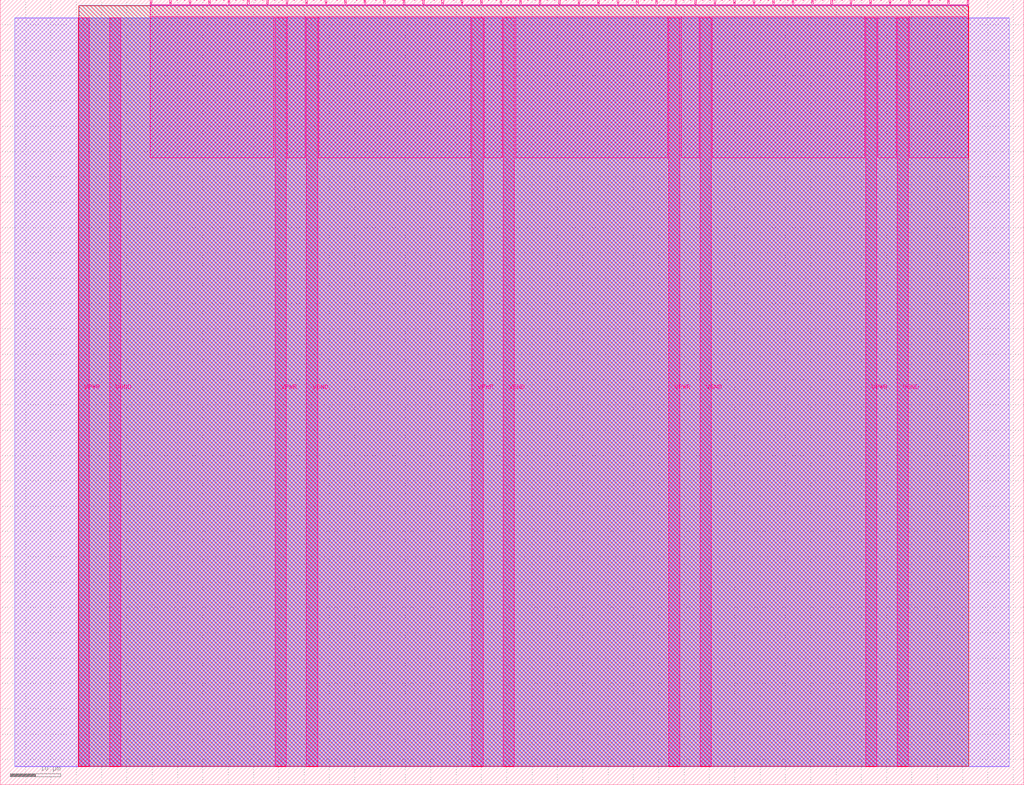
<source format=lef>
VERSION 5.7 ;
  NOWIREEXTENSIONATPIN ON ;
  DIVIDERCHAR "/" ;
  BUSBITCHARS "[]" ;
MACRO tt_um_wrapper
  CLASS BLOCK ;
  FOREIGN tt_um_wrapper ;
  ORIGIN 0.000 0.000 ;
  SIZE 202.080 BY 154.980 ;
  PIN VGND
    DIRECTION INOUT ;
    USE GROUND ;
    PORT
      LAYER Metal5 ;
        RECT 21.580 3.560 23.780 151.420 ;
    END
    PORT
      LAYER Metal5 ;
        RECT 60.450 3.560 62.650 151.420 ;
    END
    PORT
      LAYER Metal5 ;
        RECT 99.320 3.560 101.520 151.420 ;
    END
    PORT
      LAYER Metal5 ;
        RECT 138.190 3.560 140.390 151.420 ;
    END
    PORT
      LAYER Metal5 ;
        RECT 177.060 3.560 179.260 151.420 ;
    END
  END VGND
  PIN VPWR
    DIRECTION INOUT ;
    USE POWER ;
    PORT
      LAYER Metal5 ;
        RECT 15.380 3.560 17.580 151.420 ;
    END
    PORT
      LAYER Metal5 ;
        RECT 54.250 3.560 56.450 151.420 ;
    END
    PORT
      LAYER Metal5 ;
        RECT 93.120 3.560 95.320 151.420 ;
    END
    PORT
      LAYER Metal5 ;
        RECT 131.990 3.560 134.190 151.420 ;
    END
    PORT
      LAYER Metal5 ;
        RECT 170.860 3.560 173.060 151.420 ;
    END
  END VPWR
  PIN clk
    DIRECTION INPUT ;
    USE SIGNAL ;
    ANTENNAGATEAREA 0.213200 ;
    PORT
      LAYER Metal5 ;
        RECT 187.050 153.980 187.350 154.980 ;
    END
  END clk
  PIN ena
    DIRECTION INPUT ;
    USE SIGNAL ;
    ANTENNAGATEAREA 1.445600 ;
    PORT
      LAYER Metal5 ;
        RECT 190.890 153.980 191.190 154.980 ;
    END
  END ena
  PIN rst_n
    DIRECTION INPUT ;
    USE SIGNAL ;
    ANTENNAGATEAREA 0.527800 ;
    PORT
      LAYER Metal5 ;
        RECT 183.210 153.980 183.510 154.980 ;
    END
  END rst_n
  PIN ui_in[0]
    DIRECTION INPUT ;
    USE SIGNAL ;
    ANTENNAGATEAREA 0.180700 ;
    PORT
      LAYER Metal5 ;
        RECT 179.370 153.980 179.670 154.980 ;
    END
  END ui_in[0]
  PIN ui_in[1]
    DIRECTION INPUT ;
    USE SIGNAL ;
    ANTENNAGATEAREA 0.180700 ;
    PORT
      LAYER Metal5 ;
        RECT 175.530 153.980 175.830 154.980 ;
    END
  END ui_in[1]
  PIN ui_in[2]
    DIRECTION INPUT ;
    USE SIGNAL ;
    PORT
      LAYER Metal5 ;
        RECT 171.690 153.980 171.990 154.980 ;
    END
  END ui_in[2]
  PIN ui_in[3]
    DIRECTION INPUT ;
    USE SIGNAL ;
    PORT
      LAYER Metal5 ;
        RECT 167.850 153.980 168.150 154.980 ;
    END
  END ui_in[3]
  PIN ui_in[4]
    DIRECTION INPUT ;
    USE SIGNAL ;
    PORT
      LAYER Metal5 ;
        RECT 164.010 153.980 164.310 154.980 ;
    END
  END ui_in[4]
  PIN ui_in[5]
    DIRECTION INPUT ;
    USE SIGNAL ;
    PORT
      LAYER Metal5 ;
        RECT 160.170 153.980 160.470 154.980 ;
    END
  END ui_in[5]
  PIN ui_in[6]
    DIRECTION INPUT ;
    USE SIGNAL ;
    PORT
      LAYER Metal5 ;
        RECT 156.330 153.980 156.630 154.980 ;
    END
  END ui_in[6]
  PIN ui_in[7]
    DIRECTION INPUT ;
    USE SIGNAL ;
    PORT
      LAYER Metal5 ;
        RECT 152.490 153.980 152.790 154.980 ;
    END
  END ui_in[7]
  PIN uio_in[0]
    DIRECTION INPUT ;
    USE SIGNAL ;
    PORT
      LAYER Metal5 ;
        RECT 148.650 153.980 148.950 154.980 ;
    END
  END uio_in[0]
  PIN uio_in[1]
    DIRECTION INPUT ;
    USE SIGNAL ;
    PORT
      LAYER Metal5 ;
        RECT 144.810 153.980 145.110 154.980 ;
    END
  END uio_in[1]
  PIN uio_in[2]
    DIRECTION INPUT ;
    USE SIGNAL ;
    PORT
      LAYER Metal5 ;
        RECT 140.970 153.980 141.270 154.980 ;
    END
  END uio_in[2]
  PIN uio_in[3]
    DIRECTION INPUT ;
    USE SIGNAL ;
    PORT
      LAYER Metal5 ;
        RECT 137.130 153.980 137.430 154.980 ;
    END
  END uio_in[3]
  PIN uio_in[4]
    DIRECTION INPUT ;
    USE SIGNAL ;
    PORT
      LAYER Metal5 ;
        RECT 133.290 153.980 133.590 154.980 ;
    END
  END uio_in[4]
  PIN uio_in[5]
    DIRECTION INPUT ;
    USE SIGNAL ;
    PORT
      LAYER Metal5 ;
        RECT 129.450 153.980 129.750 154.980 ;
    END
  END uio_in[5]
  PIN uio_in[6]
    DIRECTION INPUT ;
    USE SIGNAL ;
    PORT
      LAYER Metal5 ;
        RECT 125.610 153.980 125.910 154.980 ;
    END
  END uio_in[6]
  PIN uio_in[7]
    DIRECTION INPUT ;
    USE SIGNAL ;
    PORT
      LAYER Metal5 ;
        RECT 121.770 153.980 122.070 154.980 ;
    END
  END uio_in[7]
  PIN uio_oe[0]
    DIRECTION OUTPUT ;
    USE SIGNAL ;
    ANTENNADIFFAREA 0.654800 ;
    PORT
      LAYER Metal5 ;
        RECT 56.490 153.980 56.790 154.980 ;
    END
  END uio_oe[0]
  PIN uio_oe[1]
    DIRECTION OUTPUT ;
    USE SIGNAL ;
    ANTENNADIFFAREA 0.654800 ;
    PORT
      LAYER Metal5 ;
        RECT 52.650 153.980 52.950 154.980 ;
    END
  END uio_oe[1]
  PIN uio_oe[2]
    DIRECTION OUTPUT ;
    USE SIGNAL ;
    ANTENNADIFFAREA 0.654800 ;
    PORT
      LAYER Metal5 ;
        RECT 48.810 153.980 49.110 154.980 ;
    END
  END uio_oe[2]
  PIN uio_oe[3]
    DIRECTION OUTPUT ;
    USE SIGNAL ;
    ANTENNADIFFAREA 0.654800 ;
    PORT
      LAYER Metal5 ;
        RECT 44.970 153.980 45.270 154.980 ;
    END
  END uio_oe[3]
  PIN uio_oe[4]
    DIRECTION OUTPUT ;
    USE SIGNAL ;
    ANTENNADIFFAREA 0.654800 ;
    PORT
      LAYER Metal5 ;
        RECT 41.130 153.980 41.430 154.980 ;
    END
  END uio_oe[4]
  PIN uio_oe[5]
    DIRECTION OUTPUT ;
    USE SIGNAL ;
    ANTENNADIFFAREA 0.654800 ;
    PORT
      LAYER Metal5 ;
        RECT 37.290 153.980 37.590 154.980 ;
    END
  END uio_oe[5]
  PIN uio_oe[6]
    DIRECTION OUTPUT ;
    USE SIGNAL ;
    ANTENNADIFFAREA 0.654800 ;
    PORT
      LAYER Metal5 ;
        RECT 33.450 153.980 33.750 154.980 ;
    END
  END uio_oe[6]
  PIN uio_oe[7]
    DIRECTION OUTPUT ;
    USE SIGNAL ;
    ANTENNADIFFAREA 0.654800 ;
    PORT
      LAYER Metal5 ;
        RECT 29.610 153.980 29.910 154.980 ;
    END
  END uio_oe[7]
  PIN uio_out[0]
    DIRECTION OUTPUT ;
    USE SIGNAL ;
    ANTENNADIFFAREA 0.677200 ;
    PORT
      LAYER Metal5 ;
        RECT 87.210 153.980 87.510 154.980 ;
    END
  END uio_out[0]
  PIN uio_out[1]
    DIRECTION OUTPUT ;
    USE SIGNAL ;
    ANTENNADIFFAREA 0.677200 ;
    PORT
      LAYER Metal5 ;
        RECT 83.370 153.980 83.670 154.980 ;
    END
  END uio_out[1]
  PIN uio_out[2]
    DIRECTION OUTPUT ;
    USE SIGNAL ;
    ANTENNADIFFAREA 0.677200 ;
    PORT
      LAYER Metal5 ;
        RECT 79.530 153.980 79.830 154.980 ;
    END
  END uio_out[2]
  PIN uio_out[3]
    DIRECTION OUTPUT ;
    USE SIGNAL ;
    ANTENNAGATEAREA 0.279000 ;
    ANTENNADIFFAREA 1.135700 ;
    PORT
      LAYER Metal5 ;
        RECT 75.690 153.980 75.990 154.980 ;
    END
  END uio_out[3]
  PIN uio_out[4]
    DIRECTION OUTPUT ;
    USE SIGNAL ;
    ANTENNADIFFAREA 1.124800 ;
    PORT
      LAYER Metal5 ;
        RECT 71.850 153.980 72.150 154.980 ;
    END
  END uio_out[4]
  PIN uio_out[5]
    DIRECTION OUTPUT ;
    USE SIGNAL ;
    ANTENNADIFFAREA 1.124800 ;
    PORT
      LAYER Metal5 ;
        RECT 68.010 153.980 68.310 154.980 ;
    END
  END uio_out[5]
  PIN uio_out[6]
    DIRECTION OUTPUT ;
    USE SIGNAL ;
    ANTENNADIFFAREA 0.299200 ;
    PORT
      LAYER Metal5 ;
        RECT 64.170 153.980 64.470 154.980 ;
    END
  END uio_out[6]
  PIN uio_out[7]
    DIRECTION OUTPUT ;
    USE SIGNAL ;
    ANTENNADIFFAREA 0.299200 ;
    PORT
      LAYER Metal5 ;
        RECT 60.330 153.980 60.630 154.980 ;
    END
  END uio_out[7]
  PIN uo_out[0]
    DIRECTION OUTPUT ;
    USE SIGNAL ;
    ANTENNADIFFAREA 0.615900 ;
    PORT
      LAYER Metal5 ;
        RECT 117.930 153.980 118.230 154.980 ;
    END
  END uo_out[0]
  PIN uo_out[1]
    DIRECTION OUTPUT ;
    USE SIGNAL ;
    ANTENNADIFFAREA 0.615900 ;
    PORT
      LAYER Metal5 ;
        RECT 114.090 153.980 114.390 154.980 ;
    END
  END uo_out[1]
  PIN uo_out[2]
    DIRECTION OUTPUT ;
    USE SIGNAL ;
    ANTENNADIFFAREA 0.958400 ;
    PORT
      LAYER Metal5 ;
        RECT 110.250 153.980 110.550 154.980 ;
    END
  END uo_out[2]
  PIN uo_out[3]
    DIRECTION OUTPUT ;
    USE SIGNAL ;
    ANTENNADIFFAREA 0.615900 ;
    PORT
      LAYER Metal5 ;
        RECT 106.410 153.980 106.710 154.980 ;
    END
  END uo_out[3]
  PIN uo_out[4]
    DIRECTION OUTPUT ;
    USE SIGNAL ;
    ANTENNADIFFAREA 0.615900 ;
    PORT
      LAYER Metal5 ;
        RECT 102.570 153.980 102.870 154.980 ;
    END
  END uo_out[4]
  PIN uo_out[5]
    DIRECTION OUTPUT ;
    USE SIGNAL ;
    ANTENNADIFFAREA 0.677200 ;
    PORT
      LAYER Metal5 ;
        RECT 98.730 153.980 99.030 154.980 ;
    END
  END uo_out[5]
  PIN uo_out[6]
    DIRECTION OUTPUT ;
    USE SIGNAL ;
    ANTENNADIFFAREA 0.615900 ;
    PORT
      LAYER Metal5 ;
        RECT 94.890 153.980 95.190 154.980 ;
    END
  END uo_out[6]
  PIN uo_out[7]
    DIRECTION OUTPUT ;
    USE SIGNAL ;
    ANTENNADIFFAREA 0.654800 ;
    PORT
      LAYER Metal5 ;
        RECT 91.050 153.980 91.350 154.980 ;
    END
  END uo_out[7]
  OBS
      LAYER GatPoly ;
        RECT 2.880 3.630 199.200 151.350 ;
      LAYER Metal1 ;
        RECT 2.880 3.560 199.200 151.420 ;
      LAYER Metal2 ;
        RECT 15.515 3.680 191.185 151.300 ;
      LAYER Metal3 ;
        RECT 15.560 3.635 191.140 153.865 ;
      LAYER Metal4 ;
        RECT 15.515 3.680 191.185 153.820 ;
      LAYER Metal5 ;
        RECT 30.120 153.770 33.240 153.980 ;
        RECT 33.960 153.770 37.080 153.980 ;
        RECT 37.800 153.770 40.920 153.980 ;
        RECT 41.640 153.770 44.760 153.980 ;
        RECT 45.480 153.770 48.600 153.980 ;
        RECT 49.320 153.770 52.440 153.980 ;
        RECT 53.160 153.770 56.280 153.980 ;
        RECT 57.000 153.770 60.120 153.980 ;
        RECT 60.840 153.770 63.960 153.980 ;
        RECT 64.680 153.770 67.800 153.980 ;
        RECT 68.520 153.770 71.640 153.980 ;
        RECT 72.360 153.770 75.480 153.980 ;
        RECT 76.200 153.770 79.320 153.980 ;
        RECT 80.040 153.770 83.160 153.980 ;
        RECT 83.880 153.770 87.000 153.980 ;
        RECT 87.720 153.770 90.840 153.980 ;
        RECT 91.560 153.770 94.680 153.980 ;
        RECT 95.400 153.770 98.520 153.980 ;
        RECT 99.240 153.770 102.360 153.980 ;
        RECT 103.080 153.770 106.200 153.980 ;
        RECT 106.920 153.770 110.040 153.980 ;
        RECT 110.760 153.770 113.880 153.980 ;
        RECT 114.600 153.770 117.720 153.980 ;
        RECT 118.440 153.770 121.560 153.980 ;
        RECT 122.280 153.770 125.400 153.980 ;
        RECT 126.120 153.770 129.240 153.980 ;
        RECT 129.960 153.770 133.080 153.980 ;
        RECT 133.800 153.770 136.920 153.980 ;
        RECT 137.640 153.770 140.760 153.980 ;
        RECT 141.480 153.770 144.600 153.980 ;
        RECT 145.320 153.770 148.440 153.980 ;
        RECT 149.160 153.770 152.280 153.980 ;
        RECT 153.000 153.770 156.120 153.980 ;
        RECT 156.840 153.770 159.960 153.980 ;
        RECT 160.680 153.770 163.800 153.980 ;
        RECT 164.520 153.770 167.640 153.980 ;
        RECT 168.360 153.770 171.480 153.980 ;
        RECT 172.200 153.770 175.320 153.980 ;
        RECT 176.040 153.770 179.160 153.980 ;
        RECT 179.880 153.770 183.000 153.980 ;
        RECT 183.720 153.770 186.840 153.980 ;
        RECT 187.560 153.770 190.680 153.980 ;
        RECT 29.660 151.630 191.140 153.770 ;
        RECT 29.660 123.755 54.040 151.630 ;
        RECT 56.660 123.755 60.240 151.630 ;
        RECT 62.860 123.755 92.910 151.630 ;
        RECT 95.530 123.755 99.110 151.630 ;
        RECT 101.730 123.755 131.780 151.630 ;
        RECT 134.400 123.755 137.980 151.630 ;
        RECT 140.600 123.755 170.650 151.630 ;
        RECT 173.270 123.755 176.850 151.630 ;
        RECT 179.470 123.755 191.140 151.630 ;
  END
END tt_um_wrapper
END LIBRARY


</source>
